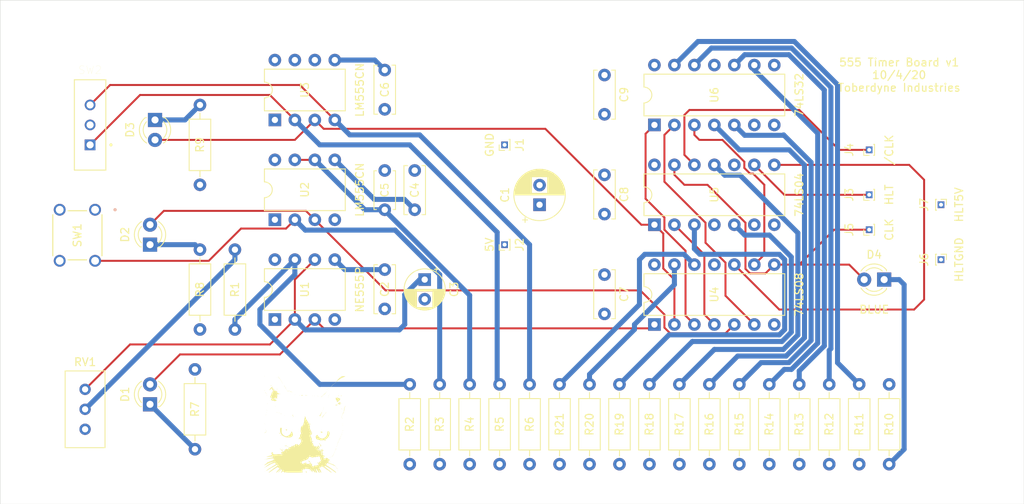
<source format=kicad_pcb>
(kicad_pcb (version 20171130) (host pcbnew "(5.1.6)-1")
  (title_block (title Full555Timer) (date 2020-09-29) (company "Toberdyne Industries"))
  (layers (0 F.Cu signal) (1 In1.Cu power) (2 In2.Cu mixed) (31 B.Cu signal) (34 B.Paste user hide) (35 F.Paste user hide) (36 B.SilkS user hide) (37 F.SilkS user) (38 B.Mask user) (39 F.Mask user) (44 Edge.Cuts user))
  (net 0 "")
  (net 1 +5V)
  (net 2 GND)
  (net 3 "Net-(C2-Pad1)")
  (net 4 "Net-(C3-Pad1)")
  (net 5 "Net-(C4-Pad1)")
  (net 6 "Net-(C5-Pad1)")
  (net 7 "Net-(C6-Pad1)")
  (net 8 "Net-(D1-Pad1)")
  (net 9 "Net-(D2-Pad1)")
  (net 10 "Net-(D2-Pad2)")
  (net 11 "Net-(D3-Pad2)")
  (net 12 "Net-(D3-Pad1)")
  (net 13 "Net-(D4-Pad1)")
  (net 14 "Net-(D4-Pad2)")
  (net 15 "Net-(J3-Pad1)")
  (net 16 "Net-(J4-Pad1)")
  (net 17 "Net-(R1-Pad1)")
  (net 18 "Net-(R3-Pad1)")
  (net 19 "Net-(R5-Pad1)")
  (net 20 "Net-(R6-Pad1)")
  (net 21 "Net-(RV1-Pad3)")
  (net 22 "Net-(U3-Pad7)")
  (net 23 "Net-(U4-Pad9)")
  (net 24 "Net-(U4-Pad3)")
  (net 25 "Net-(U4-Pad10)")
  (net 26 "Net-(U4-Pad4)")
  (net 27 "Net-(U4-Pad6)")
  (net 28 "Net-(R11-Pad1)")
  (net 29 "Net-(R12-Pad1)")
  (net 30 "Net-(R13-Pad1)")
  (net 31 "Net-(R14-Pad1)")
  (net 32 "Net-(R15-Pad1)")
  (net 33 "Net-(R16-Pad1)")
  (net 34 "Net-(R17-Pad1)")
  (net 35 "Net-(R18-Pad1)")
  (net 36 "Net-(R19-Pad1)")
  (net 37 "Net-(R20-Pad1)")
  (net 38 "Net-(R21-Pad1)")
  (net 39 "Net-(U4-Pad11)")
  (net 40 "Net-(U5-Pad6)")
  (net 41 "Net-(U5-Pad4)")
  (net 42 "Net-(U5-Pad10)")
  (net 43 "Net-(U6-Pad8)")
  (net 44 "Net-(U6-Pad11)")
  (net 45 "Net-(U6-Pad6)")
  (net 46 "Net-(D1-Pad2)")
  (net 47 "Net-(R1-Pad2)")
  (module Full555Timer:test5 (layer F.Cu) (at 130.81 123.825)
    (fp_text reference * hide)
    (fp_text value * hide)
  )
  (module Package_DIP:DIP-14_W7.62mm (layer F.Cu) (at 175.26 85.725 90)
    (fp_text reference U6)
    (fp_text value 74LS32 (at 3.81 18.415 90) (layer F.SilkS))
    (fp_text user %R (at 3.81 7.62 90) (layer F.SilkS))
    (pad 1 thru_hole rect (at 0 0 90) (size 1.6 1.6) (drill 0.8) (layers *.Cu *.Mask) (net 24 "Net-(U4-Pad3)"))
    (pad 8 thru_hole oval (at 7.62 15.24 90) (size 1.6 1.6) (drill 0.8) (layers *.Cu *.Mask) (net 43 "Net-(U6-Pad8)"))
    (pad 2 thru_hole oval (at 0 2.54 90) (size 1.6 1.6) (drill 0.8) (layers *.Cu *.Mask) (net 27 "Net-(U4-Pad6)"))
    (pad 9 thru_hole oval (at 7.62 12.7 90) (size 1.6 1.6) (drill 0.8) (layers *.Cu *.Mask) (net 31 "Net-(R14-Pad1)"))
    (pad 3 thru_hole oval (at 0 5.08 90) (size 1.6 1.6) (drill 0.8) (layers *.Cu *.Mask) (net 23 "Net-(U4-Pad9)"))
    (pad 10 thru_hole oval (at 7.62 10.16 90) (size 1.6 1.6) (drill 0.8) (layers *.Cu *.Mask) (net 30 "Net-(R13-Pad1)"))
    (pad 4 thru_hole oval (at 0 7.62 90) (size 1.6 1.6) (drill 0.8) (layers *.Cu *.Mask) (net 33 "Net-(R16-Pad1)"))
    (pad 11 thru_hole oval (at 7.62 7.62 90) (size 1.6 1.6) (drill 0.8) (layers *.Cu *.Mask) (net 44 "Net-(U6-Pad11)"))
    (pad 5 thru_hole oval (at 0 10.16 90) (size 1.6 1.6) (drill 0.8) (layers *.Cu *.Mask) (net 32 "Net-(R15-Pad1)"))
    (pad 12 thru_hole oval (at 7.62 5.08 90) (size 1.6 1.6) (drill 0.8) (layers *.Cu *.Mask) (net 29 "Net-(R12-Pad1)"))
    (pad 6 thru_hole oval (at 0 12.7 90) (size 1.6 1.6) (drill 0.8) (layers *.Cu *.Mask) (net 45 "Net-(U6-Pad6)"))
    (pad 13 thru_hole oval (at 7.62 2.54 90) (size 1.6 1.6) (drill 0.8) (layers *.Cu *.Mask) (net 28 "Net-(R11-Pad1)"))
    (pad 7 thru_hole oval (at 0 15.24 90) (size 1.6 1.6) (drill 0.8) (layers *.Cu *.Mask) (net 2 GND))
    (pad 14 thru_hole oval (at 7.62 0 90) (size 1.6 1.6) (drill 0.8) (layers *.Cu *.Mask) (net 1 +5V))
  )
  (module Package_DIP:DIP-14_W7.62mm (layer F.Cu) (at 175.26 111.125 90)
    (fp_text reference U4)
    (fp_text value 74LS08 (at 3.81 18.415 90) (layer F.SilkS))
    (fp_text user %R (at 3.81 7.62 90) (layer F.SilkS))
    (pad 1 thru_hole rect (at 0 0 90) (size 1.6 1.6) (drill 0.8) (layers *.Cu *.Mask) (net 46 "Net-(D1-Pad2)"))
    (pad 8 thru_hole oval (at 7.62 15.24 90) (size 1.6 1.6) (drill 0.8) (layers *.Cu *.Mask) (net 14 "Net-(D4-Pad2)"))
    (pad 2 thru_hole oval (at 0 2.54 90) (size 1.6 1.6) (drill 0.8) (layers *.Cu *.Mask) (net 11 "Net-(D3-Pad2)"))
    (pad 9 thru_hole oval (at 7.62 12.7 90) (size 1.6 1.6) (drill 0.8) (layers *.Cu *.Mask) (net 23 "Net-(U4-Pad9)"))
    (pad 3 thru_hole oval (at 0 5.08 90) (size 1.6 1.6) (drill 0.8) (layers *.Cu *.Mask) (net 24 "Net-(U4-Pad3)"))
    (pad 10 thru_hole oval (at 7.62 10.16 90) (size 1.6 1.6) (drill 0.8) (layers *.Cu *.Mask) (net 25 "Net-(U4-Pad10)"))
    (pad 4 thru_hole oval (at 0 7.62 90) (size 1.6 1.6) (drill 0.8) (layers *.Cu *.Mask) (net 26 "Net-(U4-Pad4)"))
    (pad 11 thru_hole oval (at 7.62 7.62 90) (size 1.6 1.6) (drill 0.8) (layers *.Cu *.Mask) (net 39 "Net-(U4-Pad11)"))
    (pad 5 thru_hole oval (at 0 10.16 90) (size 1.6 1.6) (drill 0.8) (layers *.Cu *.Mask) (net 10 "Net-(D2-Pad2)"))
    (pad 12 thru_hole oval (at 7.62 5.08 90) (size 1.6 1.6) (drill 0.8) (layers *.Cu *.Mask) (net 38 "Net-(R21-Pad1)"))
    (pad 6 thru_hole oval (at 0 12.7 90) (size 1.6 1.6) (drill 0.8) (layers *.Cu *.Mask) (net 27 "Net-(U4-Pad6)"))
    (pad 13 thru_hole oval (at 7.62 2.54 90) (size 1.6 1.6) (drill 0.8) (layers *.Cu *.Mask) (net 37 "Net-(R20-Pad1)"))
    (pad 7 thru_hole oval (at 0 15.24 90) (size 1.6 1.6) (drill 0.8) (layers *.Cu *.Mask) (net 2 GND))
    (pad 14 thru_hole oval (at 7.62 0 90) (size 1.6 1.6) (drill 0.8) (layers *.Cu *.Mask) (net 1 +5V))
  )
  (module Potentiometer_THT:Potentiometer_Bourns_3386C_Horizontal (layer F.Cu) (at 102.87 119.38)
    (fp_text reference RV1 (at 0 -3.475) (layer F.SilkS))
    (fp_text value 1M)
    (pad 3 thru_hole circle (at 0 5.08) (size 1.44 1.44) (drill 0.8) (layers *.Cu *.Mask) (net 21 "Net-(RV1-Pad3)"))
    (pad 2 thru_hole circle (at 0 2.54) (size 1.44 1.44) (drill 0.8) (layers *.Cu *.Mask) (net 17 "Net-(R1-Pad1)"))
    (pad 1 thru_hole circle (at 0 0) (size 1.44 1.44) (drill 0.8) (layers *.Cu *.Mask) (net 4 "Net-(C3-Pad1)"))
  )
  (module Resistor_THT:R_Axial_DIN0207_L6.3mm_D2.5mm_P10.16mm_Horizontal (layer F.Cu) (at 121.92 101.6 270)
    (fp_text reference R1)
    (fp_text value 1K)
    (fp_text user %R (at 5.08 0 90) (layer F.SilkS))
    (pad 2 thru_hole oval (at 10.16 0 270) (size 1.6 1.6) (drill 0.8) (layers *.Cu *.Mask) (net 47 "Net-(R1-Pad2)"))
    (pad 1 thru_hole circle (at 0 0 270) (size 1.6 1.6) (drill 0.8) (layers *.Cu *.Mask) (net 17 "Net-(R1-Pad1)"))
  )
  (module Resistor_THT:R_Axial_DIN0207_L6.3mm_D2.5mm_P10.16mm_Horizontal (layer F.Cu) (at 117.475 83.185 270)
    (fp_text reference R9)
    (fp_text value 220)
    (fp_text user %R (at 5.08 0 90) (layer F.SilkS))
    (pad 2 thru_hole oval (at 10.16 0 270) (size 1.6 1.6) (drill 0.8) (layers *.Cu *.Mask) (net 2 GND))
    (pad 1 thru_hole circle (at 0 0 270) (size 1.6 1.6) (drill 0.8) (layers *.Cu *.Mask) (net 12 "Net-(D3-Pad1)"))
  )
  (module PCB:B3F-1000 (layer F.Cu) (at 104.14 96.52 270)
    (fp_text reference SW1 (at 3.250001 2.250001 90) (layer F.SilkS))
    (fp_text value SWITCH)
    (pad 2 thru_hole circle (at 6.500002 0 270) (size 1.507998 1.507998) (drill 0.999998) (layers *.Cu *.Mask) (net 18 "Net-(R3-Pad1)"))
    (pad 4 thru_hole circle (at 6.500002 4.500001 270) (size 1.507998 1.507998) (drill 0.999998) (layers *.Cu *.Mask))
    (pad 3 thru_hole circle (at 0 4.500001 270) (size 1.507998 1.507998) (drill 0.999998) (layers *.Cu *.Mask))
    (pad 1 thru_hole circle (at 0 0 270) (size 1.507998 1.507998) (drill 0.999998) (layers *.Cu *.Mask) (net 2 GND))
  )
  (module Resistor_THT:R_Axial_DIN0207_L6.3mm_D2.5mm_P10.16mm_Horizontal (layer F.Cu) (at 163.195 118.745 270)
    (fp_text reference R21)
    (fp_text value 1K)
    (fp_text user %R (at 5.08 0 90) (layer F.SilkS))
    (pad 2 thru_hole oval (at 10.16 0 270) (size 1.6 1.6) (drill 0.8) (layers *.Cu *.Mask) (net 1 +5V))
    (pad 1 thru_hole circle (at 0 0 270) (size 1.6 1.6) (drill 0.8) (layers *.Cu *.Mask) (net 38 "Net-(R21-Pad1)"))
  )
  (module Resistor_THT:R_Axial_DIN0207_L6.3mm_D2.5mm_P10.16mm_Horizontal (layer F.Cu) (at 167.005 118.745 270)
    (fp_text reference R20)
    (fp_text value 1K)
    (fp_text user %R (at 5.08 0 90) (layer F.SilkS))
    (pad 2 thru_hole oval (at 10.16 0 270) (size 1.6 1.6) (drill 0.8) (layers *.Cu *.Mask) (net 1 +5V))
    (pad 1 thru_hole circle (at 0 0 270) (size 1.6 1.6) (drill 0.8) (layers *.Cu *.Mask) (net 37 "Net-(R20-Pad1)"))
  )
  (module Resistor_THT:R_Axial_DIN0207_L6.3mm_D2.5mm_P10.16mm_Horizontal (layer F.Cu) (at 170.815 118.745 270)
    (fp_text reference R19)
    (fp_text value 1K)
    (fp_text user %R (at 5.08 0 90) (layer F.SilkS))
    (pad 2 thru_hole oval (at 10.16 0 270) (size 1.6 1.6) (drill 0.8) (layers *.Cu *.Mask) (net 1 +5V))
    (pad 1 thru_hole circle (at 0 0 270) (size 1.6 1.6) (drill 0.8) (layers *.Cu *.Mask) (net 36 "Net-(R19-Pad1)"))
  )
  (module Resistor_THT:R_Axial_DIN0207_L6.3mm_D2.5mm_P10.16mm_Horizontal (layer F.Cu) (at 174.625 118.745 270)
    (fp_text reference R18)
    (fp_text value 1K)
    (fp_text user %R (at 5.08 0 90) (layer F.SilkS))
    (pad 2 thru_hole oval (at 10.16 0 270) (size 1.6 1.6) (drill 0.8) (layers *.Cu *.Mask) (net 1 +5V))
    (pad 1 thru_hole circle (at 0 0 270) (size 1.6 1.6) (drill 0.8) (layers *.Cu *.Mask) (net 35 "Net-(R18-Pad1)"))
  )
  (module Resistor_THT:R_Axial_DIN0207_L6.3mm_D2.5mm_P10.16mm_Horizontal (layer F.Cu) (at 178.435 118.745 270)
    (fp_text reference R17)
    (fp_text value 1K)
    (fp_text user %R (at 5.08 0 90) (layer F.SilkS))
    (pad 2 thru_hole oval (at 10.16 0 270) (size 1.6 1.6) (drill 0.8) (layers *.Cu *.Mask) (net 1 +5V))
    (pad 1 thru_hole circle (at 0 0 270) (size 1.6 1.6) (drill 0.8) (layers *.Cu *.Mask) (net 34 "Net-(R17-Pad1)"))
  )
  (module Resistor_THT:R_Axial_DIN0207_L6.3mm_D2.5mm_P10.16mm_Horizontal (layer F.Cu) (at 182.245 118.745 270)
    (fp_text reference R16)
    (fp_text value 1K)
    (fp_text user %R (at 5.08 0 90) (layer F.SilkS))
    (pad 2 thru_hole oval (at 10.16 0 270) (size 1.6 1.6) (drill 0.8) (layers *.Cu *.Mask) (net 1 +5V))
    (pad 1 thru_hole circle (at 0 0 270) (size 1.6 1.6) (drill 0.8) (layers *.Cu *.Mask) (net 33 "Net-(R16-Pad1)"))
  )
  (module Resistor_THT:R_Axial_DIN0207_L6.3mm_D2.5mm_P10.16mm_Horizontal (layer F.Cu) (at 186.055 118.745 270)
    (fp_text reference R15)
    (fp_text value 1K)
    (fp_text user %R (at 5.08 0 90) (layer F.SilkS))
    (pad 2 thru_hole oval (at 10.16 0 270) (size 1.6 1.6) (drill 0.8) (layers *.Cu *.Mask) (net 1 +5V))
    (pad 1 thru_hole circle (at 0 0 270) (size 1.6 1.6) (drill 0.8) (layers *.Cu *.Mask) (net 32 "Net-(R15-Pad1)"))
  )
  (module Resistor_THT:R_Axial_DIN0207_L6.3mm_D2.5mm_P10.16mm_Horizontal (layer F.Cu) (at 189.865 118.745 270)
    (fp_text reference R14)
    (fp_text value 1K)
    (fp_text user %R (at 5.08 0 90) (layer F.SilkS))
    (pad 2 thru_hole oval (at 10.16 0 270) (size 1.6 1.6) (drill 0.8) (layers *.Cu *.Mask) (net 1 +5V))
    (pad 1 thru_hole circle (at 0 0 270) (size 1.6 1.6) (drill 0.8) (layers *.Cu *.Mask) (net 31 "Net-(R14-Pad1)"))
  )
  (module Resistor_THT:R_Axial_DIN0207_L6.3mm_D2.5mm_P10.16mm_Horizontal (layer F.Cu) (at 193.675 118.745 270)
    (fp_text reference R13)
    (fp_text value 1K)
    (fp_text user %R (at 5.08 0 90) (layer F.SilkS))
    (pad 2 thru_hole oval (at 10.16 0 270) (size 1.6 1.6) (drill 0.8) (layers *.Cu *.Mask) (net 1 +5V))
    (pad 1 thru_hole circle (at 0 0 270) (size 1.6 1.6) (drill 0.8) (layers *.Cu *.Mask) (net 30 "Net-(R13-Pad1)"))
  )
  (module Resistor_THT:R_Axial_DIN0207_L6.3mm_D2.5mm_P10.16mm_Horizontal (layer F.Cu) (at 197.485 118.745 270)
    (fp_text reference R12)
    (fp_text value 1K)
    (fp_text user %R (at 5.08 0 90) (layer F.SilkS))
    (pad 2 thru_hole oval (at 10.16 0 270) (size 1.6 1.6) (drill 0.8) (layers *.Cu *.Mask) (net 1 +5V))
    (pad 1 thru_hole circle (at 0 0 270) (size 1.6 1.6) (drill 0.8) (layers *.Cu *.Mask) (net 29 "Net-(R12-Pad1)"))
  )
  (module Resistor_THT:R_Axial_DIN0207_L6.3mm_D2.5mm_P10.16mm_Horizontal (layer F.Cu) (at 201.295 118.745 270)
    (fp_text reference R11)
    (fp_text value 1K)
    (fp_text user %R (at 5.08 0 90) (layer F.SilkS))
    (pad 2 thru_hole oval (at 10.16 0 270) (size 1.6 1.6) (drill 0.8) (layers *.Cu *.Mask) (net 1 +5V))
    (pad 1 thru_hole circle (at 0 0 270) (size 1.6 1.6) (drill 0.8) (layers *.Cu *.Mask) (net 28 "Net-(R11-Pad1)"))
  )
  (module Capacitor_THT:CP_Radial_D6.3mm_P2.50mm (layer F.Cu) (at 160.655 95.885 90)
    (fp_text reference C1 (at 1.25 -4.4 90) (layer F.SilkS))
    (fp_text value 10uF)
    (pad 2 thru_hole circle (at 2.5 0 90) (size 1.6 1.6) (drill 0.8) (layers *.Cu *.Mask) (net 2 GND))
    (pad 1 thru_hole rect (at 0 0 90) (size 1.6 1.6) (drill 0.8) (layers *.Cu *.Mask) (net 1 +5V))
  )
  (module Capacitor_THT:C_Disc_D6.0mm_W2.5mm_P5.00mm (layer F.Cu) (at 140.97 104.14 270)
    (fp_text reference C2)
    (fp_text value 0.01uF)
    (fp_text user %R (at 2.5 0 90) (layer F.SilkS))
    (pad 2 thru_hole circle (at 5 0 270) (size 1.6 1.6) (drill 0.8) (layers *.Cu *.Mask) (net 2 GND))
    (pad 1 thru_hole circle (at 0 0 270) (size 1.6 1.6) (drill 0.8) (layers *.Cu *.Mask) (net 3 "Net-(C2-Pad1)"))
  )
  (module Capacitor_THT:CP_Radial_D5.0mm_P2.50mm (layer F.Cu) (at 146.05 105.41 270)
    (fp_text reference C3 (at 1.25 -3.75 90) (layer F.SilkS))
    (fp_text value 1uF)
    (pad 2 thru_hole circle (at 2.5 0 270) (size 1.6 1.6) (drill 0.8) (layers *.Cu *.Mask) (net 2 GND))
    (pad 1 thru_hole rect (at 0 0 270) (size 1.6 1.6) (drill 0.8) (layers *.Cu *.Mask) (net 4 "Net-(C3-Pad1)"))
  )
  (module Capacitor_THT:C_Disc_D6.0mm_W2.5mm_P5.00mm (layer F.Cu) (at 144.78 96.52 90)
    (fp_text reference C4)
    (fp_text value 0.01uF)
    (fp_text user %R (at 2.5 0 90) (layer F.SilkS))
    (pad 1 thru_hole circle (at 0 0 90) (size 1.6 1.6) (drill 0.8) (layers *.Cu *.Mask) (net 5 "Net-(C4-Pad1)"))
    (pad 2 thru_hole circle (at 5 0 90) (size 1.6 1.6) (drill 0.8) (layers *.Cu *.Mask) (net 2 GND))
  )
  (module Capacitor_THT:C_Disc_D4.7mm_W2.5mm_P5.00mm (layer F.Cu) (at 140.97 96.52 90)
    (fp_text reference C5)
    (fp_text value 0.1uF)
    (fp_text user %R (at 2.5 0 90) (layer F.SilkS) (effects (font (size 0.94 0.94) (thickness 0.141))))
    (pad 1 thru_hole circle (at 0 0 90) (size 1.6 1.6) (drill 0.8) (layers *.Cu *.Mask) (net 6 "Net-(C5-Pad1)"))
    (pad 2 thru_hole circle (at 5 0 90) (size 1.6 1.6) (drill 0.8) (layers *.Cu *.Mask) (net 2 GND))
  )
  (module Capacitor_THT:C_Disc_D6.0mm_W2.5mm_P5.00mm (layer F.Cu) (at 140.97 78.74 270)
    (fp_text reference C6)
    (fp_text value 0.01uF)
    (fp_text user %R (at 2.5 0 90) (layer F.SilkS))
    (pad 2 thru_hole circle (at 5 0 270) (size 1.6 1.6) (drill 0.8) (layers *.Cu *.Mask) (net 2 GND))
    (pad 1 thru_hole circle (at 0 0 270) (size 1.6 1.6) (drill 0.8) (layers *.Cu *.Mask) (net 7 "Net-(C6-Pad1)"))
  )
  (module Capacitor_THT:C_Disc_D6.0mm_W2.5mm_P5.00mm (layer F.Cu) (at 168.91 104.775 270)
    (fp_text reference C7 (at 2.5 -2.5 90) (layer F.SilkS))
    (fp_text value 0.01uF)
    (pad 1 thru_hole circle (at 0 0 270) (size 1.6 1.6) (drill 0.8) (layers *.Cu *.Mask) (net 1 +5V))
    (pad 2 thru_hole circle (at 5 0 270) (size 1.6 1.6) (drill 0.8) (layers *.Cu *.Mask) (net 2 GND))
  )
  (module Capacitor_THT:C_Disc_D6.0mm_W2.5mm_P5.00mm (layer F.Cu) (at 168.91 92.075 270)
    (fp_text reference C8 (at 2.5 -2.5 90) (layer F.SilkS))
    (fp_text value 0.01uF)
    (pad 2 thru_hole circle (at 5 0 270) (size 1.6 1.6) (drill 0.8) (layers *.Cu *.Mask) (net 2 GND))
    (pad 1 thru_hole circle (at 0 0 270) (size 1.6 1.6) (drill 0.8) (layers *.Cu *.Mask) (net 1 +5V))
  )
  (module Capacitor_THT:C_Disc_D6.0mm_W2.5mm_P5.00mm (layer F.Cu) (at 168.91 79.375 270)
    (fp_text reference C9 (at 2.5 -2.5 90) (layer F.SilkS))
    (fp_text value 0.01uF)
    (pad 1 thru_hole circle (at 0 0 270) (size 1.6 1.6) (drill 0.8) (layers *.Cu *.Mask) (net 1 +5V))
    (pad 2 thru_hole circle (at 5 0 270) (size 1.6 1.6) (drill 0.8) (layers *.Cu *.Mask) (net 2 GND))
  )
  (module LED_THT:LED_D3.0mm (layer F.Cu) (at 111.125 121.285 90)
    (fp_text reference D1 (at 1.27 -3.175 90) (layer F.SilkS))
    (fp_text value YELLOW)
    (pad 2 thru_hole circle (at 2.54 0 90) (size 1.8 1.8) (drill 0.9) (layers *.Cu *.Mask) (net 46 "Net-(D1-Pad2)"))
    (pad 1 thru_hole rect (at 0 0 90) (size 1.8 1.8) (drill 0.9) (layers *.Cu *.Mask) (net 8 "Net-(D1-Pad1)"))
  )
  (module LED_THT:LED_D3.0mm (layer F.Cu) (at 111.125 100.965 90)
    (fp_text reference D2 (at 1.27 -3.175 90) (layer F.SilkS))
    (fp_text value YELLOW)
    (pad 1 thru_hole rect (at 0 0 90) (size 1.8 1.8) (drill 0.9) (layers *.Cu *.Mask) (net 9 "Net-(D2-Pad1)"))
    (pad 2 thru_hole circle (at 2.54 0 90) (size 1.8 1.8) (drill 0.9) (layers *.Cu *.Mask) (net 10 "Net-(D2-Pad2)"))
  )
  (module LED_THT:LED_D3.0mm (layer F.Cu) (at 111.76 85.09 270)
    (fp_text reference D3 (at 1.27 3.175 90) (layer F.SilkS))
    (fp_text value YELLOW)
    (pad 2 thru_hole circle (at 2.54 0 270) (size 1.8 1.8) (drill 0.9) (layers *.Cu *.Mask) (net 11 "Net-(D3-Pad2)"))
    (pad 1 thru_hole rect (at 0 0 270) (size 1.8 1.8) (drill 0.9) (layers *.Cu *.Mask) (net 12 "Net-(D3-Pad1)"))
  )
  (module LED_THT:LED_D3.0mm (layer F.Cu) (at 204.47 105.41 180)
    (fp_text reference D4 (at 1.27 3.175) (layer F.SilkS))
    (fp_text value BLUE (at 1.27 -3.81) (layer F.SilkS))
    (pad 1 thru_hole rect (at 0 0 180) (size 1.8 1.8) (drill 0.9) (layers *.Cu *.Mask) (net 13 "Net-(D4-Pad1)"))
    (pad 2 thru_hole circle (at 2.54 0 180) (size 1.8 1.8) (drill 0.9) (layers *.Cu *.Mask) (net 14 "Net-(D4-Pad2)"))
  )
  (module Connector_PinHeader_1.00mm:PinHeader_1x01_P1.00mm_Vertical (layer F.Cu) (at 156.21 88.265 90)
    (fp_text reference J1 (at 0 1.905 90) (layer F.SilkS))
    (fp_text value GND (at 0 -1.905 90) (layer F.SilkS))
    (pad 1 thru_hole rect (at 0 0 90) (size 0.85 0.85) (drill 0.5) (layers *.Cu *.Mask) (net 2 GND))
  )
  (module Connector_PinHeader_1.00mm:PinHeader_1x01_P1.00mm_Vertical (layer F.Cu) (at 156.21 100.965 90)
    (fp_text reference J2 (at 0 1.905 90) (layer F.SilkS))
    (fp_text value 5V (at 0 -1.905 90) (layer F.SilkS))
    (pad 1 thru_hole rect (at 0 0 90) (size 0.85 0.85) (drill 0.5) (layers *.Cu *.Mask) (net 1 +5V))
  )
  (module Connector_PinHeader_1.00mm:PinHeader_1x01_P1.00mm_Vertical (layer F.Cu) (at 202.565 94.615 90)
    (fp_text reference J3 (at 0 -2.54 90) (layer F.SilkS))
    (fp_text value HLT (at 0 2.54 90) (layer F.SilkS))
    (pad 1 thru_hole rect (at 0 0 90) (size 0.85 0.85) (drill 0.5) (layers *.Cu *.Mask) (net 15 "Net-(J3-Pad1)"))
  )
  (module Connector_PinHeader_1.00mm:PinHeader_1x01_P1.00mm_Vertical (layer F.Cu) (at 202.565 88.9 90)
    (fp_text reference J4 (at 0 -2.54 90) (layer F.SilkS))
    (fp_text value /CLK (at 0 2.54 90) (layer F.SilkS))
    (pad 1 thru_hole rect (at 0 0 90) (size 0.85 0.85) (drill 0.5) (layers *.Cu *.Mask) (net 16 "Net-(J4-Pad1)"))
  )
  (module Connector_PinHeader_1.00mm:PinHeader_1x01_P1.00mm_Vertical (layer F.Cu) (at 202.565 99.06 90)
    (fp_text reference J5 (at 0 -2.54 90) (layer F.SilkS))
    (fp_text value CLK (at 0 2.54 90) (layer F.SilkS))
    (pad 1 thru_hole rect (at 0 0 90) (size 0.85 0.85) (drill 0.5) (layers *.Cu *.Mask) (net 14 "Net-(D4-Pad2)"))
  )
  (module Resistor_THT:R_Axial_DIN0207_L6.3mm_D2.5mm_P10.16mm_Horizontal (layer F.Cu) (at 144.145 118.745 270)
    (fp_text reference R2)
    (fp_text value 1K)
    (fp_text user %R (at 5.08 0 90) (layer F.SilkS))
    (pad 1 thru_hole circle (at 0 0 270) (size 1.6 1.6) (drill 0.8) (layers *.Cu *.Mask) (net 47 "Net-(R1-Pad2)"))
    (pad 2 thru_hole oval (at 10.16 0 270) (size 1.6 1.6) (drill 0.8) (layers *.Cu *.Mask) (net 1 +5V))
  )
  (module Resistor_THT:R_Axial_DIN0207_L6.3mm_D2.5mm_P10.16mm_Horizontal (layer F.Cu) (at 147.955 118.745 270)
    (fp_text reference R3)
    (fp_text value 1K)
    (fp_text user %R (at 5.08 0 90) (layer F.SilkS))
    (pad 2 thru_hole oval (at 10.16 0 270) (size 1.6 1.6) (drill 0.8) (layers *.Cu *.Mask) (net 1 +5V))
    (pad 1 thru_hole circle (at 0 0 270) (size 1.6 1.6) (drill 0.8) (layers *.Cu *.Mask) (net 18 "Net-(R3-Pad1)"))
  )
  (module Resistor_THT:R_Axial_DIN0207_L6.3mm_D2.5mm_P10.16mm_Horizontal (layer F.Cu) (at 151.765 118.745 270)
    (fp_text reference R4)
    (fp_text value 1M)
    (fp_text user %R (at 5.08 0 90) (layer F.SilkS))
    (pad 1 thru_hole circle (at 0 0 270) (size 1.6 1.6) (drill 0.8) (layers *.Cu *.Mask) (net 6 "Net-(C5-Pad1)"))
    (pad 2 thru_hole oval (at 10.16 0 270) (size 1.6 1.6) (drill 0.8) (layers *.Cu *.Mask) (net 1 +5V))
  )
  (module Resistor_THT:R_Axial_DIN0207_L6.3mm_D2.5mm_P10.16mm_Horizontal (layer F.Cu) (at 155.575 118.745 270)
    (fp_text reference R5)
    (fp_text value 1K)
    (fp_text user %R (at 5.08 0 90) (layer F.SilkS))
    (pad 2 thru_hole oval (at 10.16 0 270) (size 1.6 1.6) (drill 0.8) (layers *.Cu *.Mask) (net 1 +5V))
    (pad 1 thru_hole circle (at 0 0 270) (size 1.6 1.6) (drill 0.8) (layers *.Cu *.Mask) (net 19 "Net-(R5-Pad1)"))
  )
  (module Resistor_THT:R_Axial_DIN0207_L6.3mm_D2.5mm_P10.16mm_Horizontal (layer F.Cu) (at 159.385 118.745 270)
    (fp_text reference R6)
    (fp_text value 1K)
    (fp_text user %R (at 5.08 0 90) (layer F.SilkS))
    (pad 1 thru_hole circle (at 0 0 270) (size 1.6 1.6) (drill 0.8) (layers *.Cu *.Mask) (net 20 "Net-(R6-Pad1)"))
    (pad 2 thru_hole oval (at 10.16 0 270) (size 1.6 1.6) (drill 0.8) (layers *.Cu *.Mask) (net 1 +5V))
  )
  (module Resistor_THT:R_Axial_DIN0207_L6.3mm_D2.5mm_P10.16mm_Horizontal (layer F.Cu) (at 116.84 116.84 270)
    (fp_text reference R7)
    (fp_text value 220)
    (fp_text user %R (at 5.08 0 90) (layer F.SilkS))
    (pad 2 thru_hole oval (at 10.16 0 270) (size 1.6 1.6) (drill 0.8) (layers *.Cu *.Mask) (net 8 "Net-(D1-Pad1)"))
    (pad 1 thru_hole circle (at 0 0 270) (size 1.6 1.6) (drill 0.8) (layers *.Cu *.Mask) (net 2 GND))
  )
  (module Resistor_THT:R_Axial_DIN0207_L6.3mm_D2.5mm_P10.16mm_Horizontal (layer F.Cu) (at 117.475 101.6 270)
    (fp_text reference R8)
    (fp_text value 220)
    (fp_text user %R (at 5.08 0 90) (layer F.SilkS))
    (pad 1 thru_hole circle (at 0 0 270) (size 1.6 1.6) (drill 0.8) (layers *.Cu *.Mask) (net 9 "Net-(D2-Pad1)"))
    (pad 2 thru_hole oval (at 10.16 0 270) (size 1.6 1.6) (drill 0.8) (layers *.Cu *.Mask) (net 2 GND))
  )
  (module Resistor_THT:R_Axial_DIN0207_L6.3mm_D2.5mm_P10.16mm_Horizontal (layer F.Cu) (at 205.105 128.905 90)
    (fp_text reference R10)
    (fp_text value 220)
    (fp_text user %R (at 5.08 0 90) (layer F.SilkS))
    (pad 1 thru_hole circle (at 0 0 90) (size 1.6 1.6) (drill 0.8) (layers *.Cu *.Mask) (net 13 "Net-(D4-Pad1)"))
    (pad 2 thru_hole oval (at 10.16 0 90) (size 1.6 1.6) (drill 0.8) (layers *.Cu *.Mask) (net 2 GND))
  )
  (module PCB:SW_SS-12E17 (layer F.Cu) (at 103.505 85.725 180)
    (fp_text reference SW2 (at 0 6.985 180) (layer F.SilkS) (effects (font (thickness 0.015))))
    (fp_text value SPDT)
    (pad 1 thru_hole rect (at 0 -2.54 180) (size 1.37 1.37) (drill 0.91) (layers *.Cu *.Mask) (net 19 "Net-(R5-Pad1)"))
    (pad 2 thru_hole circle (at 0 0 180) (size 1.37 1.37) (drill 0.91) (layers *.Cu *.Mask) (net 2 GND))
    (pad 3 thru_hole circle (at 0 2.54 180) (size 1.37 1.37) (drill 0.91) (layers *.Cu *.Mask) (net 20 "Net-(R6-Pad1)"))
  )
  (module Package_DIP:DIP-8_W7.62mm (layer F.Cu) (at 127 110.49 90)
    (fp_text reference U1)
    (fp_text value NE555P (at 3.81 10.795 90) (layer F.SilkS))
    (fp_text user %R (at 3.81 3.81 90) (layer F.SilkS))
    (pad 8 thru_hole oval (at 7.62 0 90) (size 1.6 1.6) (drill 0.8) (layers *.Cu *.Mask) (net 1 +5V))
    (pad 4 thru_hole oval (at 0 7.62 90) (size 1.6 1.6) (drill 0.8) (layers *.Cu *.Mask) (net 1 +5V))
    (pad 7 thru_hole oval (at 7.62 2.54 90) (size 1.6 1.6) (drill 0.8) (layers *.Cu *.Mask) (net 47 "Net-(R1-Pad2)"))
    (pad 3 thru_hole oval (at 0 5.08 90) (size 1.6 1.6) (drill 0.8) (layers *.Cu *.Mask) (net 46 "Net-(D1-Pad2)"))
    (pad 6 thru_hole oval (at 7.62 5.08 90) (size 1.6 1.6) (drill 0.8) (layers *.Cu *.Mask) (net 4 "Net-(C3-Pad1)"))
    (pad 2 thru_hole oval (at 0 2.54 90) (size 1.6 1.6) (drill 0.8) (layers *.Cu *.Mask) (net 4 "Net-(C3-Pad1)"))
    (pad 5 thru_hole oval (at 7.62 7.62 90) (size 1.6 1.6) (drill 0.8) (layers *.Cu *.Mask) (net 3 "Net-(C2-Pad1)"))
    (pad 1 thru_hole rect (at 0 0 90) (size 1.6 1.6) (drill 0.8) (layers *.Cu *.Mask) (net 2 GND))
  )
  (module Package_DIP:DIP-8_W7.62mm (layer F.Cu) (at 127 97.79 90)
    (fp_text reference U2)
    (fp_text value LM555CN (at 3.81 10.795 90) (layer F.SilkS))
    (fp_text user %R (at 3.81 3.81 90) (layer F.SilkS))
    (pad 1 thru_hole rect (at 0 0 90) (size 1.6 1.6) (drill 0.8) (layers *.Cu *.Mask) (net 2 GND))
    (pad 5 thru_hole oval (at 7.62 7.62 90) (size 1.6 1.6) (drill 0.8) (layers *.Cu *.Mask) (net 5 "Net-(C4-Pad1)"))
    (pad 2 thru_hole oval (at 0 2.54 90) (size 1.6 1.6) (drill 0.8) (layers *.Cu *.Mask) (net 18 "Net-(R3-Pad1)"))
    (pad 6 thru_hole oval (at 7.62 5.08 90) (size 1.6 1.6) (drill 0.8) (layers *.Cu *.Mask) (net 6 "Net-(C5-Pad1)"))
    (pad 3 thru_hole oval (at 0 5.08 90) (size 1.6 1.6) (drill 0.8) (layers *.Cu *.Mask) (net 10 "Net-(D2-Pad2)"))
    (pad 7 thru_hole oval (at 7.62 2.54 90) (size 1.6 1.6) (drill 0.8) (layers *.Cu *.Mask) (net 6 "Net-(C5-Pad1)"))
    (pad 4 thru_hole oval (at 0 7.62 90) (size 1.6 1.6) (drill 0.8) (layers *.Cu *.Mask) (net 1 +5V))
    (pad 8 thru_hole oval (at 7.62 0 90) (size 1.6 1.6) (drill 0.8) (layers *.Cu *.Mask) (net 1 +5V))
  )
  (module Package_DIP:DIP-8_W7.62mm (layer F.Cu) (at 127 85.09 90)
    (fp_text reference U3)
    (fp_text value LM555CN (at 3.81 10.795 90) (layer F.SilkS))
    (fp_text user %R (at 3.81 3.81 90) (layer F.SilkS))
    (pad 1 thru_hole rect (at 0 0 90) (size 1.6 1.6) (drill 0.8) (layers *.Cu *.Mask) (net 2 GND))
    (pad 5 thru_hole oval (at 7.62 7.62 90) (size 1.6 1.6) (drill 0.8) (layers *.Cu *.Mask) (net 7 "Net-(C6-Pad1)"))
    (pad 2 thru_hole oval (at 0 2.54 90) (size 1.6 1.6) (drill 0.8) (layers *.Cu *.Mask) (net 19 "Net-(R5-Pad1)"))
    (pad 6 thru_hole oval (at 7.62 5.08 90) (size 1.6 1.6) (drill 0.8) (layers *.Cu *.Mask) (net 2 GND))
    (pad 3 thru_hole oval (at 0 5.08 90) (size 1.6 1.6) (drill 0.8) (layers *.Cu *.Mask) (net 11 "Net-(D3-Pad2)"))
    (pad 7 thru_hole oval (at 7.62 2.54 90) (size 1.6 1.6) (drill 0.8) (layers *.Cu *.Mask) (net 22 "Net-(U3-Pad7)"))
    (pad 4 thru_hole oval (at 0 7.62 90) (size 1.6 1.6) (drill 0.8) (layers *.Cu *.Mask) (net 20 "Net-(R6-Pad1)"))
    (pad 8 thru_hole oval (at 7.62 0 90) (size 1.6 1.6) (drill 0.8) (layers *.Cu *.Mask) (net 1 +5V))
  )
  (module Package_DIP:DIP-14_W7.62mm (layer F.Cu) (at 175.26 98.425 90)
    (fp_text reference U5)
    (fp_text value 74LS04 (at 3.81 18.415 90) (layer F.SilkS))
    (fp_text user %R (at 3.81 7.62 90) (layer F.SilkS))
    (pad 14 thru_hole oval (at 7.62 0 90) (size 1.6 1.6) (drill 0.8) (layers *.Cu *.Mask) (net 1 +5V))
    (pad 7 thru_hole oval (at 0 15.24 90) (size 1.6 1.6) (drill 0.8) (layers *.Cu *.Mask) (net 2 GND))
    (pad 13 thru_hole oval (at 7.62 2.54 90) (size 1.6 1.6) (drill 0.8) (layers *.Cu *.Mask) (net 14 "Net-(D4-Pad2)"))
    (pad 6 thru_hole oval (at 0 12.7 90) (size 1.6 1.6) (drill 0.8) (layers *.Cu *.Mask) (net 40 "Net-(U5-Pad6)"))
    (pad 12 thru_hole oval (at 7.62 5.08 90) (size 1.6 1.6) (drill 0.8) (layers *.Cu *.Mask) (net 16 "Net-(J4-Pad1)"))
    (pad 5 thru_hole oval (at 0 10.16 90) (size 1.6 1.6) (drill 0.8) (layers *.Cu *.Mask) (net 35 "Net-(R18-Pad1)"))
    (pad 11 thru_hole oval (at 7.62 7.62 90) (size 1.6 1.6) (drill 0.8) (layers *.Cu *.Mask) (net 34 "Net-(R17-Pad1)"))
    (pad 4 thru_hole oval (at 0 7.62 90) (size 1.6 1.6) (drill 0.8) (layers *.Cu *.Mask) (net 41 "Net-(U5-Pad4)"))
    (pad 10 thru_hole oval (at 7.62 10.16 90) (size 1.6 1.6) (drill 0.8) (layers *.Cu *.Mask) (net 42 "Net-(U5-Pad10)"))
    (pad 3 thru_hole oval (at 0 5.08 90) (size 1.6 1.6) (drill 0.8) (layers *.Cu *.Mask) (net 36 "Net-(R19-Pad1)"))
    (pad 9 thru_hole oval (at 7.62 12.7 90) (size 1.6 1.6) (drill 0.8) (layers *.Cu *.Mask) (net 15 "Net-(J3-Pad1)"))
    (pad 2 thru_hole oval (at 0 2.54 90) (size 1.6 1.6) (drill 0.8) (layers *.Cu *.Mask) (net 26 "Net-(U4-Pad4)"))
    (pad 8 thru_hole oval (at 7.62 15.24 90) (size 1.6 1.6) (drill 0.8) (layers *.Cu *.Mask) (net 25 "Net-(U4-Pad10)"))
    (pad 1 thru_hole rect (at 0 0 90) (size 1.6 1.6) (drill 0.8) (layers *.Cu *.Mask) (net 11 "Net-(D3-Pad2)"))
  )
  (module Connector_PinHeader_1.00mm:PinHeader_1x01_P1.00mm_Vertical (layer F.Cu) (at 211.699999 102.87 270)
    (fp_text reference J6 (at 0 2.149999 90) (layer F.SilkS))
    (fp_text value HLTGND (at 0 -2.295001 90) (layer F.SilkS))
    (pad 1 thru_hole rect (at 0 0 270) (size 0.85 0.85) (drill 0.5) (layers *.Cu *.Mask) (net 2 GND))
  )
  (module Connector_PinHeader_1.00mm:PinHeader_1x01_P1.00mm_Vertical (layer F.Cu) (at 211.699999 95.885 270)
    (fp_text reference J7 (at 0 2.149999 90) (layer F.SilkS))
    (fp_text value HLT5V (at 0 -2.295001 90) (layer F.SilkS))
    (pad 1 thru_hole rect (at 0 0 270) (size 0.85 0.85) (drill 0.5) (layers *.Cu *.Mask) (net 1 +5V))
  )
  (gr_text "555 Timer Board v1\n10/4/20\nToberdyne Industries\n" (at 206.375 79.375) (layer F.SilkS) (effects (font (size 1 1))))
  (gr_line (start 92.075 133.985) (end 222.25 133.985) (layer Edge.Cuts) (width 0.05))
  (gr_line (start 92.075 69.85) (end 222.25 69.85) (layer Edge.Cuts) (width 0.05))
  (gr_line (start 92.075 133.985) (end 92.075 69.85) (layer Edge.Cuts) (width 0.05))
  (gr_line (start 222.25 69.85) (end 222.25 133.985) (layer Edge.Cuts) (width 0.05))
  (segment (start 135.89 104.14) (end 134.62 102.87) (width 0.64) (layer B.Cu) (net 3))
  (segment (start 140.97 104.14) (end 135.89 104.14) (width 0.64) (layer B.Cu) (net 3))
  (segment (start 130.860001 111.810001) (end 129.54 110.49) (width 0.64) (layer B.Cu) (net 4))
  (segment (start 146.05 105.41) (end 145.415 105.41) (width 0.64) (layer B.Cu) (net 4))
  (segment (start 143.51 107.315) (end 143.51 111.125) (width 0.64) (layer B.Cu) (net 4))
  (segment (start 143.51 111.125) (end 142.824999 111.810001) (width 0.64) (layer B.Cu) (net 4))
  (segment (start 145.415 105.41) (end 143.51 107.315) (width 0.64) (layer B.Cu) (net 4))
  (segment (start 142.824999 111.810001) (end 130.860001 111.810001) (width 0.64) (layer B.Cu) (net 4))
  (segment (start 129.54 105.41) (end 132.08 102.87) (width 0.25) (layer F.Cu) (net 4))
  (segment (start 129.54 110.49) (end 129.54 105.41) (width 0.25) (layer F.Cu) (net 4))
  (segment (start 108.585 113.665) (end 102.87 119.38) (width 0.25) (layer F.Cu) (net 4))
  (segment (start 129.54 110.49) (end 126.365 113.665) (width 0.25) (layer F.Cu) (net 4))
  (segment (start 126.365 113.665) (end 108.585 113.665) (width 0.25) (layer F.Cu) (net 4))
  (segment (start 139.649999 95.199999) (end 134.62 90.17) (width 0.64) (layer B.Cu) (net 5))
  (segment (start 143.459999 95.199999) (end 139.649999 95.199999) (width 0.64) (layer B.Cu) (net 5))
  (segment (start 144.78 96.52) (end 143.459999 95.199999) (width 0.64) (layer B.Cu) (net 5))
  (segment (start 151.765 107.401046) (end 140.97 96.606046) (width 0.64) (layer B.Cu) (net 6))
  (segment (start 140.97 96.606046) (end 140.97 96.52) (width 0.64) (layer B.Cu) (net 6))
  (segment (start 151.765 118.745) (end 151.765 107.401046) (width 0.64) (layer B.Cu) (net 6))
  (segment (start 138.43 96.52) (end 140.97 96.52) (width 0.64) (layer B.Cu) (net 6))
  (segment (start 132.08 90.17) (end 138.43 96.52) (width 0.64) (layer B.Cu) (net 6))
  (segment (start 129.54 90.17) (end 132.08 90.17) (width 0.25) (layer F.Cu) (net 6))
  (segment (start 139.7 77.47) (end 140.97 78.74) (width 0.64) (layer B.Cu) (net 7))
  (segment (start 134.62 77.47) (end 139.7 77.47) (width 0.64) (layer B.Cu) (net 7))
  (segment (start 111.125 121.285) (end 116.84 127) (width 0.64) (layer B.Cu) (net 8))
  (segment (start 116.84 100.965) (end 117.475 101.6) (width 0.64) (layer B.Cu) (net 9))
  (segment (start 111.125 100.965) (end 116.84 100.965) (width 0.64) (layer B.Cu) (net 9))
  (segment (start 112.885001 96.664999) (end 111.125 98.425) (width 0.25) (layer F.Cu) (net 10))
  (segment (start 130.954999 96.664999) (end 112.885001 96.664999) (width 0.25) (layer F.Cu) (net 10))
  (segment (start 132.08 97.79) (end 130.954999 96.664999) (width 0.25) (layer F.Cu) (net 10))
  (segment (start 141.074999 106.784999) (end 173.459999 106.784999) (width 0.25) (layer F.Cu) (net 10))
  (segment (start 132.08 97.79) (end 141.074999 106.784999) (width 0.25) (layer F.Cu) (net 10))
  (segment (start 173.459999 106.784999) (end 176.53 109.855) (width 0.25) (layer F.Cu) (net 10))
  (segment (start 184.294999 112.250001) (end 185.42 111.125) (width 0.25) (layer F.Cu) (net 10))
  (segment (start 177.259999 112.250001) (end 184.294999 112.250001) (width 0.25) (layer F.Cu) (net 10))
  (segment (start 176.53 111.520002) (end 177.259999 112.250001) (width 0.25) (layer F.Cu) (net 10))
  (segment (start 176.53 109.855) (end 176.53 111.520002) (width 0.25) (layer F.Cu) (net 10))
  (segment (start 129.54 87.63) (end 111.76 87.63) (width 0.25) (layer F.Cu) (net 11))
  (segment (start 132.08 85.09) (end 129.54 87.63) (width 0.25) (layer F.Cu) (net 11))
  (segment (start 177.8 111.125) (end 177.8 105.41) (width 0.25) (layer F.Cu) (net 11))
  (segment (start 176.385001 103.995001) (end 176.385001 99.550001) (width 0.25) (layer F.Cu) (net 11))
  (segment (start 176.385001 99.550001) (end 175.26 98.425) (width 0.25) (layer F.Cu) (net 11))
  (segment (start 177.8 105.41) (end 176.385001 103.995001) (width 0.25) (layer F.Cu) (net 11))
  (segment (start 161.384999 86.215001) (end 173.594998 98.425) (width 0.25) (layer F.Cu) (net 11))
  (segment (start 173.594998 98.425) (end 175.26 98.425) (width 0.25) (layer F.Cu) (net 11))
  (segment (start 133.205001 86.215001) (end 161.384999 86.215001) (width 0.25) (layer F.Cu) (net 11))
  (segment (start 132.08 85.09) (end 133.205001 86.215001) (width 0.25) (layer F.Cu) (net 11))
  (segment (start 115.57 85.09) (end 117.475 83.185) (width 0.64) (layer B.Cu) (net 12))
  (segment (start 111.76 85.09) (end 115.57 85.09) (width 0.64) (layer B.Cu) (net 12))
  (segment (start 206.425001 127.584999) (end 205.105 128.905) (width 0.64) (layer B.Cu) (net 13))
  (segment (start 204.47 105.41) (end 206.375 105.41) (width 0.64) (layer B.Cu) (net 13))
  (segment (start 206.375 105.41) (end 207.01 106.045) (width 0.64) (layer B.Cu) (net 13))
  (segment (start 207.01 127) (end 206.425001 127.584999) (width 0.64) (layer B.Cu) (net 13))
  (segment (start 207.01 106.045) (end 207.01 127) (width 0.64) (layer B.Cu) (net 13))
  (segment (start 177.8 90.805) (end 177.8 92.075) (width 0.25) (layer F.Cu) (net 14))
  (segment (start 177.8 92.075) (end 179.07 93.345) (width 0.25) (layer F.Cu) (net 14))
  (segment (start 186.834999 104.045001) (end 187.419999 104.630001) (width 0.25) (layer F.Cu) (net 14))
  (segment (start 189.374999 104.630001) (end 190.5 103.505) (width 0.25) (layer F.Cu) (net 14))
  (segment (start 186.834999 98.174997) (end 186.834999 104.045001) (width 0.25) (layer F.Cu) (net 14))
  (segment (start 182.005002 93.345) (end 186.834999 98.174997) (width 0.25) (layer F.Cu) (net 14))
  (segment (start 187.419999 104.630001) (end 189.374999 104.630001) (width 0.25) (layer F.Cu) (net 14))
  (segment (start 179.07 93.345) (end 182.005002 93.345) (width 0.25) (layer F.Cu) (net 14))
  (segment (start 193.675 103.505) (end 198.12 99.06) (width 0.25) (layer F.Cu) (net 14))
  (segment (start 190.5 103.505) (end 193.675 103.505) (width 0.25) (layer F.Cu) (net 14))
  (segment (start 200.025 103.505) (end 201.93 105.41) (width 0.25) (layer F.Cu) (net 14))
  (segment (start 193.675 103.505) (end 200.025 103.505) (width 0.25) (layer F.Cu) (net 14))
  (segment (start 198.12 99.06) (end 202.565 99.06) (width 0.25) (layer F.Cu) (net 14))
  (segment (start 191.77 94.615) (end 187.96 90.805) (width 0.25) (layer F.Cu) (net 15))
  (segment (start 198.12 94.615) (end 191.77 94.615) (width 0.25) (layer F.Cu) (net 15))
  (segment (start 198.12 94.615) (end 202.565 94.615) (width 0.25) (layer F.Cu) (net 15))
  (segment (start 179.07 89.535) (end 179.07 84.455) (width 0.25) (layer F.Cu) (net 16))
  (segment (start 180.34 90.805) (end 179.07 89.535) (width 0.25) (layer F.Cu) (net 16))
  (segment (start 179.705 83.82) (end 193.675 83.82) (width 0.25) (layer F.Cu) (net 16))
  (segment (start 198.755 88.9) (end 202.565 88.9) (width 0.25) (layer F.Cu) (net 16))
  (segment (start 179.07 84.455) (end 179.705 83.82) (width 0.25) (layer F.Cu) (net 16))
  (segment (start 193.675 83.82) (end 198.755 88.9) (width 0.25) (layer F.Cu) (net 16))
  (segment (start 121.92 102.87) (end 102.87 121.92) (width 0.64) (layer B.Cu) (net 17))
  (segment (start 121.92 101.6) (end 121.92 102.87) (width 0.64) (layer B.Cu) (net 17))
  (segment (start 142.286003 99.110001) (end 130.860001 99.110001) (width 0.64) (layer B.Cu) (net 18))
  (segment (start 130.860001 99.110001) (end 129.54 97.79) (width 0.64) (layer B.Cu) (net 18))
  (segment (start 147.955 104.778998) (end 142.286003 99.110001) (width 0.64) (layer B.Cu) (net 18))
  (segment (start 147.955 118.745) (end 147.955 104.778998) (width 0.64) (layer B.Cu) (net 18))
  (segment (start 128.414999 98.915001) (end 122.699999 98.915001) (width 0.25) (layer F.Cu) (net 18))
  (segment (start 129.54 97.79) (end 128.414999 98.915001) (width 0.25) (layer F.Cu) (net 18))
  (segment (start 118.594998 103.020002) (end 104.14 103.020002) (width 0.25) (layer F.Cu) (net 18))
  (segment (start 122.699999 98.915001) (end 118.594998 103.020002) (width 0.25) (layer F.Cu) (net 18))
  (segment (start 129.54 85.09) (end 126.365 81.915) (width 0.25) (layer F.Cu) (net 19))
  (segment (start 109.855 81.915) (end 103.505 88.265) (width 0.25) (layer F.Cu) (net 19))
  (segment (start 126.365 81.915) (end 109.855 81.915) (width 0.25) (layer F.Cu) (net 19))
  (segment (start 129.54 85.09) (end 132.715 88.265) (width 0.64) (layer B.Cu) (net 19))
  (segment (start 132.715 88.265) (end 144.145 88.265) (width 0.64) (layer B.Cu) (net 19))
  (segment (start 155.264999 118.434999) (end 155.575 118.745) (width 0.64) (layer B.Cu) (net 19))
  (segment (start 155.264999 99.384999) (end 155.264999 118.434999) (width 0.64) (layer B.Cu) (net 19))
  (segment (start 144.145 88.265) (end 155.264999 99.384999) (width 0.64) (layer B.Cu) (net 19))
  (segment (start 134.62 85.09) (end 130.175 80.645) (width 0.25) (layer F.Cu) (net 20))
  (segment (start 106.045 80.645) (end 103.505 83.185) (width 0.25) (layer F.Cu) (net 20))
  (segment (start 130.175 80.645) (end 106.045 80.645) (width 0.25) (layer F.Cu) (net 20))
  (segment (start 159.385 100.965) (end 159.385 118.745) (width 0.64) (layer B.Cu) (net 20))
  (segment (start 145.415 86.995) (end 159.385 100.965) (width 0.64) (layer B.Cu) (net 20))
  (segment (start 134.62 85.09) (end 136.525 86.995) (width 0.64) (layer B.Cu) (net 20))
  (segment (start 136.525 86.995) (end 145.415 86.995) (width 0.64) (layer B.Cu) (net 20))
  (segment (start 180.34 86.995) (end 180.34 85.725) (width 0.25) (layer F.Cu) (net 23))
  (segment (start 180.975 87.63) (end 180.34 86.995) (width 0.25) (layer F.Cu) (net 23))
  (segment (start 186.69 90.409998) (end 183.910002 87.63) (width 0.25) (layer F.Cu) (net 23))
  (segment (start 187.96 103.505) (end 189.23 102.235) (width 0.25) (layer F.Cu) (net 23))
  (segment (start 189.23 102.235) (end 189.23 93.345) (width 0.25) (layer F.Cu) (net 23))
  (segment (start 183.910002 87.63) (end 180.975 87.63) (width 0.25) (layer F.Cu) (net 23))
  (segment (start 189.23 93.345) (end 187.815001 91.930001) (width 0.25) (layer F.Cu) (net 23))
  (segment (start 186.69 91.200002) (end 186.69 90.409998) (width 0.25) (layer F.Cu) (net 23))
  (segment (start 187.815001 91.930001) (end 187.419999 91.930001) (width 0.25) (layer F.Cu) (net 23))
  (segment (start 187.419999 91.930001) (end 186.69 91.200002) (width 0.25) (layer F.Cu) (net 23))
  (segment (start 174.134999 86.850001) (end 175.26 85.725) (width 0.25) (layer F.Cu) (net 24))
  (segment (start 174.134999 95.114997) (end 174.134999 86.850001) (width 0.25) (layer F.Cu) (net 24))
  (segment (start 180.34 111.125) (end 179.214999 109.999999) (width 0.25) (layer F.Cu) (net 24))
  (segment (start 179.214999 101.743589) (end 176.53 99.05859) (width 0.25) (layer F.Cu) (net 24))
  (segment (start 179.214999 109.999999) (end 179.214999 101.743589) (width 0.25) (layer F.Cu) (net 24))
  (segment (start 176.53 99.05859) (end 176.53 97.509998) (width 0.25) (layer F.Cu) (net 24))
  (segment (start 176.53 97.509998) (end 174.134999 95.114997) (width 0.25) (layer F.Cu) (net 24))
  (segment (start 185.42 103.505) (end 191.135 109.22) (width 0.25) (layer F.Cu) (net 25))
  (segment (start 191.135 109.22) (end 208.28 109.22) (width 0.25) (layer F.Cu) (net 25))
  (segment (start 208.28 109.22) (end 209.55 107.95) (width 0.25) (layer F.Cu) (net 25))
  (segment (start 209.55 107.95) (end 209.55 92.71) (width 0.25) (layer F.Cu) (net 25))
  (segment (start 209.55 92.71) (end 207.645 90.805) (width 0.25) (layer F.Cu) (net 25))
  (segment (start 207.645 90.805) (end 199.39 90.805) (width 0.25) (layer F.Cu) (net 25))
  (segment (start 190.5 90.805) (end 199.39 90.805) (width 0.25) (layer F.Cu) (net 25))
  (segment (start 199.39 90.805) (end 200.025 90.805) (width 0.25) (layer F.Cu) (net 25))
  (segment (start 182.88 111.125) (end 181.61 109.855) (width 0.25) (layer F.Cu) (net 26))
  (segment (start 181.61 102.235) (end 177.8 98.425) (width 0.25) (layer F.Cu) (net 26))
  (segment (start 181.61 109.855) (end 181.61 102.235) (width 0.25) (layer F.Cu) (net 26))
  (segment (start 177.8 85.725) (end 176.53 86.995) (width 0.25) (layer F.Cu) (net 27))
  (segment (start 184.294999 107.459999) (end 187.96 111.125) (width 0.25) (layer F.Cu) (net 27))
  (segment (start 184.294999 103.254997) (end 184.294999 107.459999) (width 0.25) (layer F.Cu) (net 27))
  (segment (start 181.754999 100.714997) (end 184.294999 103.254997) (width 0.25) (layer F.Cu) (net 27))
  (segment (start 181.754999 98.174997) (end 181.754999 100.714997) (width 0.25) (layer F.Cu) (net 27))
  (segment (start 176.53 92.949998) (end 181.754999 98.174997) (width 0.25) (layer F.Cu) (net 27))
  (segment (start 176.53 86.995) (end 176.53 92.949998) (width 0.25) (layer F.Cu) (net 27))
  (segment (start 201.295 118.745) (end 198.540079 115.990079) (width 0.64) (layer B.Cu) (net 28))
  (segment (start 198.540079 80.594173) (end 193.050885 75.104979) (width 0.64) (layer B.Cu) (net 28))
  (segment (start 198.540079 115.990079) (end 198.540079 80.594173) (width 0.64) (layer B.Cu) (net 28))
  (segment (start 180.800021 75.104979) (end 177.8 78.105) (width 0.64) (layer B.Cu) (net 28))
  (segment (start 193.050885 75.104979) (end 180.800021 75.104979) (width 0.64) (layer B.Cu) (net 28))
  (segment (start 197.485 118.745) (end 197.485 114.409272) (width 0.64) (layer B.Cu) (net 29))
  (segment (start 197.485 114.409272) (end 197.700069 114.194203) (width 0.64) (layer B.Cu) (net 29))
  (segment (start 197.700069 80.942116) (end 192.702942 75.944989) (width 0.64) (layer B.Cu) (net 29))
  (segment (start 197.700069 114.194203) (end 197.700069 80.942116) (width 0.64) (layer B.Cu) (net 29))
  (segment (start 182.500011 75.944989) (end 180.34 78.105) (width 0.64) (layer B.Cu) (net 29))
  (segment (start 192.702942 75.944989) (end 182.500011 75.944989) (width 0.64) (layer B.Cu) (net 29))
  (segment (start 193.675 118.745) (end 193.675 117.031318) (width 0.64) (layer B.Cu) (net 30))
  (segment (start 196.860059 113.84626) (end 196.860059 81.290059) (width 0.64) (layer B.Cu) (net 30))
  (segment (start 193.675 117.031318) (end 196.860059 113.84626) (width 0.64) (layer B.Cu) (net 30))
  (segment (start 186.740001 76.784999) (end 185.42 78.105) (width 0.64) (layer B.Cu) (net 30))
  (segment (start 192.354999 76.784999) (end 186.740001 76.784999) (width 0.64) (layer B.Cu) (net 30))
  (segment (start 196.860059 81.290059) (end 192.354999 76.784999) (width 0.64) (layer B.Cu) (net 30))
  (segment (start 189.865 118.745) (end 191.77 116.84) (width 0.64) (layer B.Cu) (net 31))
  (segment (start 192.678366 116.84) (end 196.020049 113.498317) (width 0.64) (layer B.Cu) (net 31))
  (segment (start 191.77 116.84) (end 192.678366 116.84) (width 0.64) (layer B.Cu) (net 31))
  (segment (start 196.020049 113.498317) (end 196.020049 86.800049) (width 0.64) (layer B.Cu) (net 31))
  (segment (start 187.96 78.74) (end 187.96 78.105) (width 0.64) (layer B.Cu) (net 31))
  (segment (start 196.020049 86.800049) (end 187.96 78.74) (width 0.64) (layer B.Cu) (net 31))
  (segment (start 195.180041 90.487088) (end 191.687953 86.995) (width 0.64) (layer B.Cu) (net 32))
  (segment (start 192.350394 115.98002) (end 195.180041 113.150373) (width 0.64) (layer B.Cu) (net 32))
  (segment (start 195.180041 113.150373) (end 195.180041 90.487088) (width 0.64) (layer B.Cu) (net 32))
  (segment (start 186.055 118.745) (end 188.81998 115.98002) (width 0.64) (layer B.Cu) (net 32))
  (segment (start 188.81998 115.98002) (end 192.350394 115.98002) (width 0.64) (layer B.Cu) (net 32))
  (segment (start 186.740001 87.045001) (end 185.42 85.725) (width 0.64) (layer B.Cu) (net 32))
  (segment (start 191.637952 87.045001) (end 186.740001 87.045001) (width 0.64) (layer B.Cu) (net 32))
  (segment (start 191.687953 86.995) (end 191.637952 87.045001) (width 0.64) (layer B.Cu) (net 32))
  (segment (start 192.002451 115.14001) (end 194.340031 112.80243) (width 0.64) (layer B.Cu) (net 33))
  (segment (start 194.340031 112.80243) (end 194.340031 90.835031) (width 0.64) (layer B.Cu) (net 33))
  (segment (start 182.245 118.745) (end 185.84999 115.14001) (width 0.64) (layer B.Cu) (net 33))
  (segment (start 185.84999 115.14001) (end 192.002451 115.14001) (width 0.64) (layer B.Cu) (net 33))
  (segment (start 194.340031 90.835031) (end 192.405 88.9) (width 0.64) (layer B.Cu) (net 33))
  (segment (start 186.055 88.9) (end 182.88 85.725) (width 0.64) (layer B.Cu) (net 33))
  (segment (start 192.405 88.9) (end 186.055 88.9) (width 0.64) (layer B.Cu) (net 33))
  (segment (start 178.435 118.745) (end 182.88 114.3) (width 0.64) (layer B.Cu) (net 34))
  (segment (start 186.153603 92.125001) (end 184.200001 92.125001) (width 0.64) (layer B.Cu) (net 34))
  (segment (start 184.200001 92.125001) (end 182.88 90.805) (width 0.64) (layer B.Cu) (net 34))
  (segment (start 193.500021 112.454487) (end 193.500021 99.471419) (width 0.64) (layer B.Cu) (net 34))
  (segment (start 193.500021 99.471419) (end 186.153603 92.125001) (width 0.64) (layer B.Cu) (net 34))
  (segment (start 191.654508 114.3) (end 193.500021 112.454487) (width 0.64) (layer B.Cu) (net 34))
  (segment (start 182.88 114.3) (end 191.654508 114.3) (width 0.64) (layer B.Cu) (net 34))
  (segment (start 186.740001 99.745001) (end 185.42 98.425) (width 0.64) (layer B.Cu) (net 35))
  (segment (start 189.881556 99.745001) (end 186.740001 99.745001) (width 0.64) (layer B.Cu) (net 35))
  (segment (start 192.660011 102.523456) (end 189.881556 99.745001) (width 0.64) (layer B.Cu) (net 35))
  (segment (start 191.481544 113.285011) (end 192.660011 112.106544) (width 0.64) (layer B.Cu) (net 35))
  (segment (start 192.660011 112.106544) (end 192.660011 102.523456) (width 0.64) (layer B.Cu) (net 35))
  (segment (start 180.084989 113.285011) (end 191.481544 113.285011) (width 0.64) (layer B.Cu) (net 35))
  (segment (start 174.625 118.745) (end 180.084989 113.285011) (width 0.64) (layer B.Cu) (net 35))
  (segment (start 191.133601 102.184999) (end 181.025001 102.184999) (width 0.64) (layer B.Cu) (net 36))
  (segment (start 170.815 118.745) (end 177.114999 112.445001) (width 0.64) (layer B.Cu) (net 36))
  (segment (start 191.133601 112.445001) (end 191.820001 111.758601) (width 0.64) (layer B.Cu) (net 36))
  (segment (start 177.114999 112.445001) (end 191.133601 112.445001) (width 0.64) (layer B.Cu) (net 36))
  (segment (start 191.820001 111.758601) (end 191.820001 102.871399) (width 0.64) (layer B.Cu) (net 36))
  (segment (start 191.820001 102.871399) (end 191.133601 102.184999) (width 0.64) (layer B.Cu) (net 36))
  (segment (start 180.34 101.499998) (end 180.34 98.425) (width 0.64) (layer B.Cu) (net 36))
  (segment (start 181.025001 102.184999) (end 180.34 101.499998) (width 0.64) (layer B.Cu) (net 36))
  (segment (start 167.005 118.745) (end 167.005 117.475) (width 0.64) (layer B.Cu) (net 37))
  (segment (start 167.005 117.475) (end 172.72 111.76) (width 0.64) (layer B.Cu) (net 37))
  (segment (start 177.8 106.048998) (end 177.8 103.505) (width 0.64) (layer B.Cu) (net 37))
  (segment (start 172.72 111.128998) (end 177.8 106.048998) (width 0.64) (layer B.Cu) (net 37))
  (segment (start 172.72 111.76) (end 172.72 111.128998) (width 0.64) (layer B.Cu) (net 37))
  (segment (start 163.195 118.745) (end 173.355 108.585) (width 0.64) (layer B.Cu) (net 38))
  (segment (start 173.355 108.585) (end 173.355 102.87) (width 0.64) (layer B.Cu) (net 38))
  (segment (start 179.019999 102.184999) (end 180.34 103.505) (width 0.64) (layer B.Cu) (net 38))
  (segment (start 174.040001 102.184999) (end 179.019999 102.184999) (width 0.64) (layer B.Cu) (net 38))
  (segment (start 173.355 102.87) (end 174.040001 102.184999) (width 0.64) (layer B.Cu) (net 38))
  (segment (start 111.125 118.745) (end 114.935 114.935) (width 0.25) (layer F.Cu) (net 46))
  (segment (start 114.935 114.935) (end 127.635 114.935) (width 0.25) (layer F.Cu) (net 46))
  (segment (start 127.635 114.935) (end 132.08 110.49) (width 0.25) (layer F.Cu) (net 46))
  (segment (start 174.769999 111.615001) (end 175.26 111.125) (width 0.25) (layer F.Cu) (net 46))
  (segment (start 133.205001 111.615001) (end 174.769999 111.615001) (width 0.25) (layer F.Cu) (net 46))
  (segment (start 132.08 110.49) (end 133.205001 111.615001) (width 0.25) (layer F.Cu) (net 46))
  (segment (start 121.92 110.49) (end 121.92 111.76) (width 0.64) (layer B.Cu) (net 47))
  (segment (start 129.54 102.87) (end 121.92 110.49) (width 0.64) (layer B.Cu) (net 47))
  (segment (start 132.718998 118.745) (end 125.095 111.121002) (width 0.64) (layer B.Cu) (net 47))
  (segment (start 144.145 118.745) (end 132.718998 118.745) (width 0.64) (layer B.Cu) (net 47))
  (segment (start 125.095 111.121002) (end 125.095 109.22) (width 0.64) (layer B.Cu) (net 47))
  (segment (start 129.54 104.775) (end 129.54 102.87) (width 0.64) (layer B.Cu) (net 47))
  (segment (start 125.095 109.22) (end 129.54 104.775) (width 0.64) (layer B.Cu) (net 47))
)
</source>
